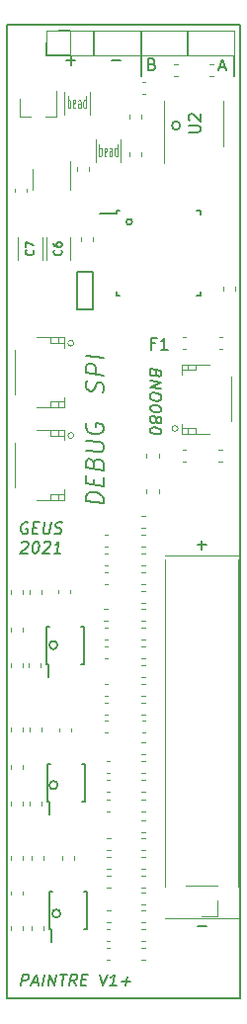
<source format=gto>
G04 #@! TF.GenerationSoftware,KiCad,Pcbnew,(5.1.9-0-10_14)*
G04 #@! TF.CreationDate,2021-01-28T12:41:14+01:00*
G04 #@! TF.ProjectId,instrumnet,696e7374-7275-46d6-9e65-742e6b696361,rev?*
G04 #@! TF.SameCoordinates,Original*
G04 #@! TF.FileFunction,Legend,Top*
G04 #@! TF.FilePolarity,Positive*
%FSLAX46Y46*%
G04 Gerber Fmt 4.6, Leading zero omitted, Abs format (unit mm)*
G04 Created by KiCad (PCBNEW (5.1.9-0-10_14)) date 2021-01-28 12:41:14*
%MOMM*%
%LPD*%
G01*
G04 APERTURE LIST*
%ADD10C,0.150000*%
G04 #@! TA.AperFunction,Profile*
%ADD11C,0.150000*%
G04 #@! TD*
%ADD12C,0.120000*%
%ADD13C,0.125000*%
G04 APERTURE END LIST*
D10*
X140819047Y-140821428D02*
X141580952Y-140821428D01*
X140819047Y-108171428D02*
X141580952Y-108171428D01*
X141200000Y-108552380D02*
X141200000Y-107790476D01*
X128950000Y-64090000D02*
X129950000Y-64090000D01*
X127900000Y-66200000D02*
X129950000Y-66200000D01*
X127890000Y-65150000D02*
X127900000Y-66200000D01*
X131950000Y-64100000D02*
X131950000Y-66200000D01*
X140000000Y-66200000D02*
X140000000Y-64100000D01*
X144000000Y-68000000D02*
X144000000Y-66250000D01*
X136000000Y-68000000D02*
X136000000Y-64100000D01*
X136971428Y-66978571D02*
X137114285Y-67026190D01*
X137161904Y-67073809D01*
X137209523Y-67169047D01*
X137209523Y-67311904D01*
X137161904Y-67407142D01*
X137114285Y-67454761D01*
X137019047Y-67502380D01*
X136638095Y-67502380D01*
X136638095Y-66502380D01*
X136971428Y-66502380D01*
X137066666Y-66550000D01*
X137114285Y-66597619D01*
X137161904Y-66692857D01*
X137161904Y-66788095D01*
X137114285Y-66883333D01*
X137066666Y-66930952D01*
X136971428Y-66978571D01*
X136638095Y-66978571D01*
X142711904Y-67266666D02*
X143188095Y-67266666D01*
X142616666Y-67552380D02*
X142950000Y-66552380D01*
X143283333Y-67552380D01*
X133519047Y-66671428D02*
X134280952Y-66671428D01*
X129619047Y-66671428D02*
X130380952Y-66671428D01*
X130000000Y-67052380D02*
X130000000Y-66290476D01*
X126328586Y-106275000D02*
X126239300Y-106227380D01*
X126096443Y-106227380D01*
X125947633Y-106275000D01*
X125840491Y-106370238D01*
X125780967Y-106465476D01*
X125709538Y-106655952D01*
X125691681Y-106798809D01*
X125715491Y-106989285D01*
X125751205Y-107084523D01*
X125834538Y-107179761D01*
X125971443Y-107227380D01*
X126066681Y-107227380D01*
X126215491Y-107179761D01*
X126269062Y-107132142D01*
X126310729Y-106798809D01*
X126120252Y-106798809D01*
X126751205Y-106703571D02*
X127084538Y-106703571D01*
X127161919Y-107227380D02*
X126685729Y-107227380D01*
X126810729Y-106227380D01*
X127286919Y-106227380D01*
X127715491Y-106227380D02*
X127614300Y-107036904D01*
X127650014Y-107132142D01*
X127691681Y-107179761D01*
X127780967Y-107227380D01*
X127971443Y-107227380D01*
X128072633Y-107179761D01*
X128126205Y-107132142D01*
X128185729Y-107036904D01*
X128286919Y-106227380D01*
X128596443Y-107179761D02*
X128733348Y-107227380D01*
X128971443Y-107227380D01*
X129072633Y-107179761D01*
X129126205Y-107132142D01*
X129185729Y-107036904D01*
X129197633Y-106941666D01*
X129161919Y-106846428D01*
X129120252Y-106798809D01*
X129030967Y-106751190D01*
X128846443Y-106703571D01*
X128757157Y-106655952D01*
X128715491Y-106608333D01*
X128679776Y-106513095D01*
X128691681Y-106417857D01*
X128751205Y-106322619D01*
X128804776Y-106275000D01*
X128905967Y-106227380D01*
X129144062Y-106227380D01*
X129280967Y-106275000D01*
X125798824Y-107972619D02*
X125852395Y-107925000D01*
X125953586Y-107877380D01*
X126191681Y-107877380D01*
X126280967Y-107925000D01*
X126322633Y-107972619D01*
X126358348Y-108067857D01*
X126346443Y-108163095D01*
X126280967Y-108305952D01*
X125638110Y-108877380D01*
X126257157Y-108877380D01*
X127001205Y-107877380D02*
X127096443Y-107877380D01*
X127185729Y-107925000D01*
X127227395Y-107972619D01*
X127263110Y-108067857D01*
X127286919Y-108258333D01*
X127257157Y-108496428D01*
X127185729Y-108686904D01*
X127126205Y-108782142D01*
X127072633Y-108829761D01*
X126971443Y-108877380D01*
X126876205Y-108877380D01*
X126786919Y-108829761D01*
X126745252Y-108782142D01*
X126709538Y-108686904D01*
X126685729Y-108496428D01*
X126715491Y-108258333D01*
X126786919Y-108067857D01*
X126846443Y-107972619D01*
X126900014Y-107925000D01*
X127001205Y-107877380D01*
X127703586Y-107972619D02*
X127757157Y-107925000D01*
X127858348Y-107877380D01*
X128096443Y-107877380D01*
X128185729Y-107925000D01*
X128227395Y-107972619D01*
X128263110Y-108067857D01*
X128251205Y-108163095D01*
X128185729Y-108305952D01*
X127542872Y-108877380D01*
X128161919Y-108877380D01*
X129114300Y-108877380D02*
X128542872Y-108877380D01*
X128828586Y-108877380D02*
X128953586Y-107877380D01*
X128840491Y-108020238D01*
X128733348Y-108115476D01*
X128632157Y-108163095D01*
X125709538Y-145952380D02*
X125834538Y-144952380D01*
X126215491Y-144952380D01*
X126304776Y-145000000D01*
X126346443Y-145047619D01*
X126382157Y-145142857D01*
X126364300Y-145285714D01*
X126304776Y-145380952D01*
X126251205Y-145428571D01*
X126150014Y-145476190D01*
X125769062Y-145476190D01*
X126697633Y-145666666D02*
X127173824Y-145666666D01*
X126566681Y-145952380D02*
X127025014Y-144952380D01*
X127233348Y-145952380D01*
X127566681Y-145952380D02*
X127691681Y-144952380D01*
X128042872Y-145952380D02*
X128167872Y-144952380D01*
X128614300Y-145952380D01*
X128739300Y-144952380D01*
X129072633Y-144952380D02*
X129644062Y-144952380D01*
X129233348Y-145952380D02*
X129358348Y-144952380D01*
X130423824Y-145952380D02*
X130150014Y-145476190D01*
X129852395Y-145952380D02*
X129977395Y-144952380D01*
X130358348Y-144952380D01*
X130447633Y-145000000D01*
X130489300Y-145047619D01*
X130525014Y-145142857D01*
X130507157Y-145285714D01*
X130447633Y-145380952D01*
X130394062Y-145428571D01*
X130292872Y-145476190D01*
X129911919Y-145476190D01*
X130917872Y-145428571D02*
X131251205Y-145428571D01*
X131328586Y-145952380D02*
X130852395Y-145952380D01*
X130977395Y-144952380D01*
X131453586Y-144952380D01*
X132501205Y-144952380D02*
X132709538Y-145952380D01*
X133167872Y-144952380D01*
X133900014Y-145952380D02*
X133328586Y-145952380D01*
X133614300Y-145952380D02*
X133739300Y-144952380D01*
X133626205Y-145095238D01*
X133519062Y-145190476D01*
X133417872Y-145238095D01*
X134376205Y-145571428D02*
X135138110Y-145571428D01*
X134709538Y-145952380D02*
X134804776Y-145190476D01*
X139353553Y-72250000D02*
G75*
G03*
X139353553Y-72250000I-353553J0D01*
G01*
X135250000Y-80500000D02*
G75*
G03*
X135250000Y-80500000I-250000J0D01*
G01*
X129103553Y-139750000D02*
G75*
G03*
X129103553Y-139750000I-353553J0D01*
G01*
X128853553Y-128750000D02*
G75*
G03*
X128853553Y-128750000I-353553J0D01*
G01*
X128853553Y-116750000D02*
G75*
G03*
X128853553Y-116750000I-353553J0D01*
G01*
X137271428Y-93500729D02*
X137223809Y-93637633D01*
X137176190Y-93679300D01*
X137080952Y-93715014D01*
X136938095Y-93697157D01*
X136842857Y-93637633D01*
X136795238Y-93584062D01*
X136747619Y-93482872D01*
X136747619Y-93101919D01*
X137747619Y-93226919D01*
X137747619Y-93560252D01*
X137700000Y-93649538D01*
X137652380Y-93691205D01*
X137557142Y-93726919D01*
X137461904Y-93715014D01*
X137366666Y-93655491D01*
X137319047Y-93601919D01*
X137271428Y-93500729D01*
X137271428Y-93167395D01*
X136747619Y-94101919D02*
X137747619Y-94226919D01*
X136747619Y-94673348D01*
X137747619Y-94798348D01*
X137747619Y-95465014D02*
X137747619Y-95655491D01*
X137700000Y-95744776D01*
X137604761Y-95828110D01*
X137414285Y-95851919D01*
X137080952Y-95810252D01*
X136890476Y-95738824D01*
X136795238Y-95631681D01*
X136747619Y-95530491D01*
X136747619Y-95340014D01*
X136795238Y-95250729D01*
X136890476Y-95167395D01*
X137080952Y-95143586D01*
X137414285Y-95185252D01*
X137604761Y-95256681D01*
X137700000Y-95363824D01*
X137747619Y-95465014D01*
X137747619Y-96512633D02*
X137747619Y-96607872D01*
X137700000Y-96697157D01*
X137652380Y-96738824D01*
X137557142Y-96774538D01*
X137366666Y-96798348D01*
X137128571Y-96768586D01*
X136938095Y-96697157D01*
X136842857Y-96637633D01*
X136795238Y-96584062D01*
X136747619Y-96482872D01*
X136747619Y-96387633D01*
X136795238Y-96298348D01*
X136842857Y-96256681D01*
X136938095Y-96220967D01*
X137128571Y-96197157D01*
X137366666Y-96226919D01*
X137557142Y-96298348D01*
X137652380Y-96357872D01*
X137700000Y-96411443D01*
X137747619Y-96512633D01*
X137319047Y-97363824D02*
X137366666Y-97274538D01*
X137414285Y-97232872D01*
X137509523Y-97197157D01*
X137557142Y-97203110D01*
X137652380Y-97262633D01*
X137700000Y-97316205D01*
X137747619Y-97417395D01*
X137747619Y-97607872D01*
X137700000Y-97697157D01*
X137652380Y-97738824D01*
X137557142Y-97774538D01*
X137509523Y-97768586D01*
X137414285Y-97709062D01*
X137366666Y-97655491D01*
X137319047Y-97554300D01*
X137319047Y-97363824D01*
X137271428Y-97262633D01*
X137223809Y-97209062D01*
X137128571Y-97149538D01*
X136938095Y-97125729D01*
X136842857Y-97161443D01*
X136795238Y-97203110D01*
X136747619Y-97292395D01*
X136747619Y-97482872D01*
X136795238Y-97584062D01*
X136842857Y-97637633D01*
X136938095Y-97697157D01*
X137128571Y-97720967D01*
X137223809Y-97685252D01*
X137271428Y-97643586D01*
X137319047Y-97554300D01*
X137747619Y-98417395D02*
X137747619Y-98512633D01*
X137700000Y-98601919D01*
X137652380Y-98643586D01*
X137557142Y-98679300D01*
X137366666Y-98703110D01*
X137128571Y-98673348D01*
X136938095Y-98601919D01*
X136842857Y-98542395D01*
X136795238Y-98488824D01*
X136747619Y-98387633D01*
X136747619Y-98292395D01*
X136795238Y-98203110D01*
X136842857Y-98161443D01*
X136938095Y-98125729D01*
X137128571Y-98101919D01*
X137366666Y-98131681D01*
X137557142Y-98203110D01*
X137652380Y-98262633D01*
X137700000Y-98316205D01*
X137747619Y-98417395D01*
X132768571Y-104621026D02*
X131268571Y-104433526D01*
X131268571Y-104076383D01*
X131340000Y-103871026D01*
X131482857Y-103746026D01*
X131625714Y-103692455D01*
X131911428Y-103656741D01*
X132125714Y-103683526D01*
X132411428Y-103790669D01*
X132554285Y-103879955D01*
X132697142Y-104040669D01*
X132768571Y-104263883D01*
X132768571Y-104621026D01*
X131982857Y-103022812D02*
X131982857Y-102522812D01*
X132768571Y-102406741D02*
X132768571Y-103121026D01*
X131268571Y-102933526D01*
X131268571Y-102219241D01*
X131982857Y-101165669D02*
X132054285Y-100960312D01*
X132125714Y-100897812D01*
X132268571Y-100844241D01*
X132482857Y-100871026D01*
X132625714Y-100960312D01*
X132697142Y-101040669D01*
X132768571Y-101192455D01*
X132768571Y-101763883D01*
X131268571Y-101576383D01*
X131268571Y-101076383D01*
X131340000Y-100942455D01*
X131411428Y-100879955D01*
X131554285Y-100826383D01*
X131697142Y-100844241D01*
X131840000Y-100933526D01*
X131911428Y-101013883D01*
X131982857Y-101165669D01*
X131982857Y-101665669D01*
X131268571Y-100076383D02*
X132482857Y-100228169D01*
X132625714Y-100174598D01*
X132697142Y-100112098D01*
X132768571Y-99978169D01*
X132768571Y-99692455D01*
X132697142Y-99540669D01*
X132625714Y-99460312D01*
X132482857Y-99371026D01*
X131268571Y-99219241D01*
X131340000Y-97728169D02*
X131268571Y-97862098D01*
X131268571Y-98076383D01*
X131340000Y-98299598D01*
X131482857Y-98460312D01*
X131625714Y-98549598D01*
X131911428Y-98656741D01*
X132125714Y-98683526D01*
X132411428Y-98647812D01*
X132554285Y-98594241D01*
X132697142Y-98469241D01*
X132768571Y-98263883D01*
X132768571Y-98121026D01*
X132697142Y-97897812D01*
X132625714Y-97817455D01*
X132125714Y-97754955D01*
X132125714Y-98040669D01*
X132757142Y-95130669D02*
X132828571Y-94925312D01*
X132828571Y-94568169D01*
X132757142Y-94416383D01*
X132685714Y-94336026D01*
X132542857Y-94246741D01*
X132400000Y-94228883D01*
X132257142Y-94282455D01*
X132185714Y-94344955D01*
X132114285Y-94478883D01*
X132042857Y-94755669D01*
X131971428Y-94889598D01*
X131900000Y-94952098D01*
X131757142Y-95005669D01*
X131614285Y-94987812D01*
X131471428Y-94898526D01*
X131400000Y-94818169D01*
X131328571Y-94666383D01*
X131328571Y-94309241D01*
X131400000Y-94103883D01*
X132828571Y-93639598D02*
X131328571Y-93452098D01*
X131328571Y-92880669D01*
X131400000Y-92746741D01*
X131471428Y-92684241D01*
X131614285Y-92630669D01*
X131828571Y-92657455D01*
X131971428Y-92746741D01*
X132042857Y-92827098D01*
X132114285Y-92978883D01*
X132114285Y-93550312D01*
X132828571Y-92139598D02*
X131328571Y-91952098D01*
D11*
X124500000Y-63650000D02*
X144500000Y-63650000D01*
X124500000Y-147050000D02*
X124500000Y-63650000D01*
X144500000Y-147050000D02*
X124500000Y-147050000D01*
X144500000Y-63650000D02*
X144500000Y-147050000D01*
D12*
X131590000Y-69350000D02*
X131590000Y-71350000D01*
X129450000Y-71350000D02*
X129450000Y-69350000D01*
X132130000Y-75400000D02*
X132130000Y-73400000D01*
X134270000Y-73400000D02*
X134270000Y-75400000D01*
X142200279Y-68010000D02*
X141874721Y-68010000D01*
X142200279Y-66990000D02*
X141874721Y-66990000D01*
X136490000Y-103762779D02*
X136490000Y-103437221D01*
X137510000Y-103762779D02*
X137510000Y-103437221D01*
X142975279Y-101010000D02*
X142649721Y-101010000D01*
X142975279Y-99990000D02*
X142649721Y-99990000D01*
X138100000Y-140120000D02*
X144300000Y-140120000D01*
X141200000Y-109080000D02*
X138100000Y-109080000D01*
X141200000Y-109080000D02*
X144300000Y-109080000D01*
X144300000Y-137420000D02*
X144300000Y-109420000D01*
X138100000Y-137420000D02*
X138100000Y-109420000D01*
X142530000Y-137350000D02*
X139870000Y-137350000D01*
X142530000Y-138620000D02*
X142530000Y-139950000D01*
X142530000Y-139950000D02*
X141200000Y-139950000D01*
X125190000Y-77915580D02*
X125190000Y-77634420D01*
X126210000Y-77915580D02*
X126210000Y-77634420D01*
X133084420Y-136490000D02*
X133365580Y-136490000D01*
X133084420Y-137510000D02*
X133365580Y-137510000D01*
X133084420Y-134890000D02*
X133365580Y-134890000D01*
X133084420Y-135910000D02*
X133365580Y-135910000D01*
X133084420Y-133290000D02*
X133365580Y-133290000D01*
X133084420Y-134310000D02*
X133365580Y-134310000D01*
X129240000Y-135140580D02*
X129240000Y-134859420D01*
X130260000Y-135140580D02*
X130260000Y-134859420D01*
X128890000Y-112340580D02*
X128890000Y-112059420D01*
X129910000Y-112340580D02*
X129910000Y-112059420D01*
X132884420Y-110490000D02*
X133165580Y-110490000D01*
X132884420Y-111510000D02*
X133165580Y-111510000D01*
X132884420Y-107290000D02*
X133165580Y-107290000D01*
X132884420Y-108310000D02*
X133165580Y-108310000D01*
X132884420Y-116890000D02*
X133165580Y-116890000D01*
X132884420Y-117910000D02*
X133165580Y-117910000D01*
X132834420Y-113690000D02*
X133115580Y-113690000D01*
X132834420Y-114710000D02*
X133115580Y-114710000D01*
X132884420Y-108890000D02*
X133165580Y-108890000D01*
X132884420Y-109910000D02*
X133165580Y-109910000D01*
X132884420Y-115290000D02*
X133165580Y-115290000D01*
X132884420Y-116310000D02*
X133165580Y-116310000D01*
X128990000Y-124165580D02*
X128990000Y-123884420D01*
X130010000Y-124165580D02*
X130010000Y-123884420D01*
X133059420Y-142690000D02*
X133340580Y-142690000D01*
X133059420Y-143710000D02*
X133340580Y-143710000D01*
X133059420Y-141090000D02*
X133340580Y-141090000D01*
X133059420Y-142110000D02*
X133340580Y-142110000D01*
X133084420Y-139490000D02*
X133365580Y-139490000D01*
X133084420Y-140510000D02*
X133365580Y-140510000D01*
X132859420Y-123240000D02*
X133140580Y-123240000D01*
X132859420Y-124260000D02*
X133140580Y-124260000D01*
X132884420Y-120090000D02*
X133165580Y-120090000D01*
X132884420Y-121110000D02*
X133165580Y-121110000D01*
X133059420Y-129990000D02*
X133340580Y-129990000D01*
X133059420Y-131010000D02*
X133340580Y-131010000D01*
X131510000Y-75834420D02*
X131510000Y-76115580D01*
X130490000Y-75834420D02*
X130490000Y-76115580D01*
X136010000Y-74559420D02*
X136010000Y-74840580D01*
X134990000Y-74559420D02*
X134990000Y-74840580D01*
X130890000Y-82140580D02*
X130890000Y-81859420D01*
X131910000Y-82140580D02*
X131910000Y-81859420D01*
X144110000Y-86084420D02*
X144110000Y-86365580D01*
X143090000Y-86084420D02*
X143090000Y-86365580D01*
X142684420Y-90390000D02*
X142965580Y-90390000D01*
X142684420Y-91410000D02*
X142965580Y-91410000D01*
X133059420Y-126690000D02*
X133340580Y-126690000D01*
X133059420Y-127710000D02*
X133340580Y-127710000D01*
X132884420Y-121690000D02*
X133165580Y-121690000D01*
X132884420Y-122710000D02*
X133165580Y-122710000D01*
X136365580Y-69560000D02*
X136084420Y-69560000D01*
X136365580Y-68540000D02*
X136084420Y-68540000D01*
X133059420Y-128290000D02*
X133340580Y-128290000D01*
X133059420Y-129310000D02*
X133340580Y-129310000D01*
X139125279Y-68010000D02*
X138799721Y-68010000D01*
X139125279Y-66990000D02*
X138799721Y-66990000D01*
X136490000Y-100662779D02*
X136490000Y-100337221D01*
X137510000Y-100662779D02*
X137510000Y-100337221D01*
X139875279Y-101010000D02*
X139549721Y-101010000D01*
X139875279Y-99990000D02*
X139549721Y-99990000D01*
X124890000Y-115575279D02*
X124890000Y-115249721D01*
X125910000Y-115575279D02*
X125910000Y-115249721D01*
X124890000Y-118650279D02*
X124890000Y-118324721D01*
X125910000Y-118650279D02*
X125910000Y-118324721D01*
X126490000Y-112362779D02*
X126490000Y-112037221D01*
X127510000Y-112362779D02*
X127510000Y-112037221D01*
X124890000Y-112375279D02*
X124890000Y-112049721D01*
X125910000Y-112375279D02*
X125910000Y-112049721D01*
X126390000Y-118662779D02*
X126390000Y-118337221D01*
X127410000Y-118662779D02*
X127410000Y-118337221D01*
X136350279Y-109910000D02*
X136024721Y-109910000D01*
X136350279Y-108890000D02*
X136024721Y-108890000D01*
X136350279Y-108310000D02*
X136024721Y-108310000D01*
X136350279Y-107290000D02*
X136024721Y-107290000D01*
X136362779Y-116310000D02*
X136037221Y-116310000D01*
X136362779Y-115290000D02*
X136037221Y-115290000D01*
X136350279Y-114710000D02*
X136024721Y-114710000D01*
X136350279Y-113690000D02*
X136024721Y-113690000D01*
X136350279Y-111510000D02*
X136024721Y-111510000D01*
X136350279Y-110490000D02*
X136024721Y-110490000D01*
X136037221Y-105690000D02*
X136362779Y-105690000D01*
X136037221Y-106710000D02*
X136362779Y-106710000D01*
X136375279Y-117910000D02*
X136049721Y-117910000D01*
X136375279Y-116890000D02*
X136049721Y-116890000D01*
X136037221Y-112090000D02*
X136362779Y-112090000D01*
X136037221Y-113110000D02*
X136362779Y-113110000D01*
X125910000Y-130137221D02*
X125910000Y-130462779D01*
X124890000Y-130137221D02*
X124890000Y-130462779D01*
X125910000Y-127037221D02*
X125910000Y-127362779D01*
X124890000Y-127037221D02*
X124890000Y-127362779D01*
X136362779Y-143710000D02*
X136037221Y-143710000D01*
X136362779Y-142690000D02*
X136037221Y-142690000D01*
X136362779Y-142110000D02*
X136037221Y-142110000D01*
X136362779Y-141090000D02*
X136037221Y-141090000D01*
X136362779Y-140510000D02*
X136037221Y-140510000D01*
X136362779Y-139490000D02*
X136037221Y-139490000D01*
X136037221Y-137990000D02*
X136362779Y-137990000D01*
X136037221Y-139010000D02*
X136362779Y-139010000D01*
X124840000Y-141162779D02*
X124840000Y-140837221D01*
X125860000Y-141162779D02*
X125860000Y-140837221D01*
X124840000Y-138162779D02*
X124840000Y-137837221D01*
X125860000Y-138162779D02*
X125860000Y-137837221D01*
X126590000Y-135162779D02*
X126590000Y-134837221D01*
X127610000Y-135162779D02*
X127610000Y-134837221D01*
X124840000Y-135162779D02*
X124840000Y-134837221D01*
X125860000Y-135162779D02*
X125860000Y-134837221D01*
X126590000Y-141162779D02*
X126590000Y-140837221D01*
X127610000Y-141162779D02*
X127610000Y-140837221D01*
X136375279Y-137510000D02*
X136049721Y-137510000D01*
X136375279Y-136490000D02*
X136049721Y-136490000D01*
X136362779Y-135910000D02*
X136037221Y-135910000D01*
X136362779Y-134890000D02*
X136037221Y-134890000D01*
X136010000Y-71349721D02*
X136010000Y-71675279D01*
X134990000Y-71349721D02*
X134990000Y-71675279D01*
X136362779Y-134310000D02*
X136037221Y-134310000D01*
X136362779Y-133290000D02*
X136037221Y-133290000D01*
X136037221Y-131790000D02*
X136362779Y-131790000D01*
X136037221Y-132810000D02*
X136362779Y-132810000D01*
X126490000Y-124162779D02*
X126490000Y-123837221D01*
X127510000Y-124162779D02*
X127510000Y-123837221D01*
X124890000Y-124150279D02*
X124890000Y-123824721D01*
X125910000Y-124150279D02*
X125910000Y-123824721D01*
X126490000Y-130462779D02*
X126490000Y-130137221D01*
X127510000Y-130462779D02*
X127510000Y-130137221D01*
X136362779Y-122710000D02*
X136037221Y-122710000D01*
X136362779Y-121690000D02*
X136037221Y-121690000D01*
X136362779Y-121110000D02*
X136037221Y-121110000D01*
X136362779Y-120090000D02*
X136037221Y-120090000D01*
X136362779Y-129310000D02*
X136037221Y-129310000D01*
X136362779Y-128290000D02*
X136037221Y-128290000D01*
X136362779Y-127710000D02*
X136037221Y-127710000D01*
X136362779Y-126690000D02*
X136037221Y-126690000D01*
X136400279Y-124260000D02*
X136074721Y-124260000D01*
X136400279Y-123240000D02*
X136074721Y-123240000D01*
X136024721Y-118490000D02*
X136350279Y-118490000D01*
X136024721Y-119510000D02*
X136350279Y-119510000D01*
X136362779Y-131010000D02*
X136037221Y-131010000D01*
X136362779Y-129990000D02*
X136037221Y-129990000D01*
X136037221Y-125090000D02*
X136362779Y-125090000D01*
X136037221Y-126110000D02*
X136362779Y-126110000D01*
D10*
X128050000Y-118425000D02*
X128050000Y-119500000D01*
X131125000Y-118425000D02*
X131125000Y-115175000D01*
X127875000Y-118425000D02*
X127875000Y-115175000D01*
X131125000Y-118425000D02*
X130850000Y-118425000D01*
X131125000Y-115175000D02*
X130850000Y-115175000D01*
X127875000Y-115175000D02*
X128150000Y-115175000D01*
X127875000Y-118425000D02*
X128050000Y-118425000D01*
X128150000Y-130175000D02*
X128150000Y-131250000D01*
X131225000Y-130175000D02*
X131225000Y-126925000D01*
X127975000Y-130175000D02*
X127975000Y-126925000D01*
X131225000Y-130175000D02*
X130950000Y-130175000D01*
X131225000Y-126925000D02*
X130950000Y-126925000D01*
X127975000Y-126925000D02*
X128250000Y-126925000D01*
X127975000Y-130175000D02*
X128150000Y-130175000D01*
D12*
X139875279Y-91410000D02*
X139549721Y-91410000D01*
X139875279Y-90390000D02*
X139549721Y-90390000D01*
D10*
X128300000Y-141125000D02*
X128300000Y-142200000D01*
X131375000Y-141125000D02*
X131375000Y-137875000D01*
X128125000Y-141125000D02*
X128125000Y-137875000D01*
X131375000Y-141125000D02*
X131100000Y-141125000D01*
X131375000Y-137875000D02*
X131100000Y-137875000D01*
X128125000Y-137875000D02*
X128400000Y-137875000D01*
X128125000Y-141125000D02*
X128300000Y-141125000D01*
D12*
X129950000Y-66210000D02*
X129950000Y-64090000D01*
X129950000Y-66210000D02*
X144010000Y-66210000D01*
X144010000Y-66210000D02*
X144010000Y-64090000D01*
X129950000Y-64090000D02*
X144010000Y-64090000D01*
X127890000Y-64090000D02*
X128950000Y-64090000D01*
X127890000Y-65150000D02*
X127890000Y-64090000D01*
X143060000Y-72050000D02*
X143060000Y-70100000D01*
X143060000Y-72050000D02*
X143060000Y-74000000D01*
X137940000Y-72050000D02*
X137940000Y-70100000D01*
X137940000Y-72050000D02*
X137940000Y-75500000D01*
D10*
X133875000Y-79800000D02*
X132450000Y-79800000D01*
X141125000Y-79575000D02*
X140799999Y-79575000D01*
X141125000Y-86825000D02*
X140799999Y-86825000D01*
X133875000Y-86825000D02*
X134200001Y-86825000D01*
X133875000Y-79575000D02*
X134200001Y-79575000D01*
X133875000Y-86825000D02*
X133875000Y-86499999D01*
X141125000Y-86825000D02*
X141125000Y-86499999D01*
X141125000Y-79575000D02*
X141125000Y-79900001D01*
X133875000Y-79575000D02*
X133875000Y-79800000D01*
D12*
X130237500Y-90900000D02*
G75*
G03*
X130237500Y-90900000I-250000J0D01*
G01*
X125162500Y-91500000D02*
X125162500Y-95300000D01*
X127062500Y-90400000D02*
X129412500Y-90400000D01*
X129412500Y-90400000D02*
X129412500Y-91300000D01*
X129412500Y-90900000D02*
X128212500Y-90900000D01*
X128212500Y-90900000D02*
X128212500Y-90900000D01*
X128212500Y-90900000D02*
X129412500Y-90900000D01*
X129412500Y-90900000D02*
X129412500Y-90900000D01*
X128912500Y-90900000D02*
X128912500Y-90900000D01*
X128912500Y-90900000D02*
X128912500Y-90400000D01*
X128912500Y-90400000D02*
X128912500Y-90400000D01*
X128912500Y-90400000D02*
X128912500Y-90900000D01*
X128212500Y-90900000D02*
X128212500Y-90900000D01*
X128212500Y-90900000D02*
X128212500Y-90400000D01*
X128212500Y-90400000D02*
X128212500Y-90400000D01*
X128212500Y-90400000D02*
X128212500Y-90900000D01*
X127062500Y-96400000D02*
X129412500Y-96400000D01*
X129412500Y-96400000D02*
X129412500Y-95500000D01*
X129412500Y-95900000D02*
X128212500Y-95900000D01*
X128212500Y-95900000D02*
X128212500Y-95900000D01*
X128212500Y-95900000D02*
X129412500Y-95900000D01*
X129412500Y-95900000D02*
X129412500Y-95900000D01*
X128912500Y-95900000D02*
X128912500Y-95900000D01*
X128912500Y-95900000D02*
X128912500Y-96400000D01*
X128912500Y-96400000D02*
X128912500Y-96400000D01*
X128912500Y-96400000D02*
X128912500Y-95900000D01*
X128212500Y-95900000D02*
X128212500Y-95900000D01*
X128212500Y-95900000D02*
X128212500Y-96400000D01*
X128212500Y-96400000D02*
X128212500Y-96400000D01*
X128212500Y-96400000D02*
X128212500Y-95900000D01*
X128212500Y-104300000D02*
X128212500Y-103800000D01*
X128212500Y-104300000D02*
X128212500Y-104300000D01*
X128212500Y-103800000D02*
X128212500Y-104300000D01*
X128212500Y-103800000D02*
X128212500Y-103800000D01*
X128912500Y-104300000D02*
X128912500Y-103800000D01*
X128912500Y-104300000D02*
X128912500Y-104300000D01*
X128912500Y-103800000D02*
X128912500Y-104300000D01*
X128912500Y-103800000D02*
X128912500Y-103800000D01*
X129412500Y-103800000D02*
X129412500Y-103800000D01*
X128212500Y-103800000D02*
X129412500Y-103800000D01*
X128212500Y-103800000D02*
X128212500Y-103800000D01*
X129412500Y-103800000D02*
X128212500Y-103800000D01*
X129412500Y-104300000D02*
X129412500Y-103400000D01*
X127062500Y-104300000D02*
X129412500Y-104300000D01*
X128212500Y-98300000D02*
X128212500Y-98800000D01*
X128212500Y-98300000D02*
X128212500Y-98300000D01*
X128212500Y-98800000D02*
X128212500Y-98300000D01*
X128212500Y-98800000D02*
X128212500Y-98800000D01*
X128912500Y-98300000D02*
X128912500Y-98800000D01*
X128912500Y-98300000D02*
X128912500Y-98300000D01*
X128912500Y-98800000D02*
X128912500Y-98300000D01*
X128912500Y-98800000D02*
X128912500Y-98800000D01*
X129412500Y-98800000D02*
X129412500Y-98800000D01*
X128212500Y-98800000D02*
X129412500Y-98800000D01*
X128212500Y-98800000D02*
X128212500Y-98800000D01*
X129412500Y-98800000D02*
X128212500Y-98800000D01*
X129412500Y-98300000D02*
X129412500Y-99200000D01*
X127062500Y-98300000D02*
X129412500Y-98300000D01*
X125162500Y-99400000D02*
X125162500Y-103200000D01*
X130237500Y-98800000D02*
G75*
G03*
X130237500Y-98800000I-250000J0D01*
G01*
X139162500Y-98200000D02*
G75*
G03*
X139162500Y-98200000I-250000J0D01*
G01*
X143737500Y-97600000D02*
X143737500Y-93800000D01*
X141837500Y-98700000D02*
X139487500Y-98700000D01*
X139487500Y-98700000D02*
X139487500Y-97800000D01*
X139487500Y-98200000D02*
X140687500Y-98200000D01*
X140687500Y-98200000D02*
X140687500Y-98200000D01*
X140687500Y-98200000D02*
X139487500Y-98200000D01*
X139487500Y-98200000D02*
X139487500Y-98200000D01*
X139987500Y-98200000D02*
X139987500Y-98200000D01*
X139987500Y-98200000D02*
X139987500Y-98700000D01*
X139987500Y-98700000D02*
X139987500Y-98700000D01*
X139987500Y-98700000D02*
X139987500Y-98200000D01*
X140687500Y-98200000D02*
X140687500Y-98200000D01*
X140687500Y-98200000D02*
X140687500Y-98700000D01*
X140687500Y-98700000D02*
X140687500Y-98700000D01*
X140687500Y-98700000D02*
X140687500Y-98200000D01*
X141837500Y-92700000D02*
X139487500Y-92700000D01*
X139487500Y-92700000D02*
X139487500Y-93600000D01*
X139487500Y-93200000D02*
X140687500Y-93200000D01*
X140687500Y-93200000D02*
X140687500Y-93200000D01*
X140687500Y-93200000D02*
X139487500Y-93200000D01*
X139487500Y-93200000D02*
X139487500Y-93200000D01*
X139987500Y-93200000D02*
X139987500Y-93200000D01*
X139987500Y-93200000D02*
X139987500Y-92700000D01*
X139987500Y-92700000D02*
X139987500Y-92700000D01*
X139987500Y-92700000D02*
X139987500Y-93200000D01*
X140687500Y-93200000D02*
X140687500Y-93200000D01*
X140687500Y-93200000D02*
X140687500Y-92700000D01*
X140687500Y-92700000D02*
X140687500Y-92700000D01*
X140687500Y-92700000D02*
X140687500Y-93200000D01*
X127520000Y-83800000D02*
X127520000Y-81800000D01*
X125480000Y-81800000D02*
X125480000Y-83800000D01*
X129920000Y-83800000D02*
X129920000Y-81800000D01*
X127880000Y-81800000D02*
X127880000Y-83800000D01*
X125620000Y-71450000D02*
X125620000Y-69990000D01*
X128780000Y-71450000D02*
X128780000Y-69290000D01*
X128780000Y-71450000D02*
X127850000Y-71450000D01*
X125620000Y-71450000D02*
X126550000Y-71450000D01*
D10*
X131200000Y-88000000D02*
X130550000Y-88000000D01*
X131850000Y-88000000D02*
X131200000Y-88000000D01*
X131850000Y-88000000D02*
X131850000Y-84800000D01*
X131850000Y-84800000D02*
X131200000Y-84800000D01*
X131200000Y-84800000D02*
X130550000Y-84800000D01*
X130550000Y-88000000D02*
X130550000Y-84800000D01*
D12*
X126740000Y-75950000D02*
X126740000Y-77750000D01*
X129960000Y-77750000D02*
X129960000Y-75300000D01*
D13*
X129726190Y-70752380D02*
X129726190Y-69752380D01*
X129726190Y-70133333D02*
X129773809Y-70085714D01*
X129869047Y-70085714D01*
X129916666Y-70133333D01*
X129940476Y-70180952D01*
X129964285Y-70276190D01*
X129964285Y-70561904D01*
X129940476Y-70657142D01*
X129916666Y-70704761D01*
X129869047Y-70752380D01*
X129773809Y-70752380D01*
X129726190Y-70704761D01*
X130369047Y-70704761D02*
X130321428Y-70752380D01*
X130226190Y-70752380D01*
X130178571Y-70704761D01*
X130154761Y-70609523D01*
X130154761Y-70228571D01*
X130178571Y-70133333D01*
X130226190Y-70085714D01*
X130321428Y-70085714D01*
X130369047Y-70133333D01*
X130392857Y-70228571D01*
X130392857Y-70323809D01*
X130154761Y-70419047D01*
X130821428Y-70752380D02*
X130821428Y-70228571D01*
X130797619Y-70133333D01*
X130750000Y-70085714D01*
X130654761Y-70085714D01*
X130607142Y-70133333D01*
X130821428Y-70704761D02*
X130773809Y-70752380D01*
X130654761Y-70752380D01*
X130607142Y-70704761D01*
X130583333Y-70609523D01*
X130583333Y-70514285D01*
X130607142Y-70419047D01*
X130654761Y-70371428D01*
X130773809Y-70371428D01*
X130821428Y-70323809D01*
X131273809Y-70752380D02*
X131273809Y-69752380D01*
X131273809Y-70704761D02*
X131226190Y-70752380D01*
X131130952Y-70752380D01*
X131083333Y-70704761D01*
X131059523Y-70657142D01*
X131035714Y-70561904D01*
X131035714Y-70276190D01*
X131059523Y-70180952D01*
X131083333Y-70133333D01*
X131130952Y-70085714D01*
X131226190Y-70085714D01*
X131273809Y-70133333D01*
X132426190Y-74850576D02*
X132426190Y-73850576D01*
X132426190Y-74231529D02*
X132473809Y-74183910D01*
X132569047Y-74183910D01*
X132616666Y-74231529D01*
X132640476Y-74279148D01*
X132664285Y-74374386D01*
X132664285Y-74660100D01*
X132640476Y-74755338D01*
X132616666Y-74802957D01*
X132569047Y-74850576D01*
X132473809Y-74850576D01*
X132426190Y-74802957D01*
X133069047Y-74802957D02*
X133021428Y-74850576D01*
X132926190Y-74850576D01*
X132878571Y-74802957D01*
X132854761Y-74707719D01*
X132854761Y-74326767D01*
X132878571Y-74231529D01*
X132926190Y-74183910D01*
X133021428Y-74183910D01*
X133069047Y-74231529D01*
X133092857Y-74326767D01*
X133092857Y-74422005D01*
X132854761Y-74517243D01*
X133521428Y-74850576D02*
X133521428Y-74326767D01*
X133497619Y-74231529D01*
X133450000Y-74183910D01*
X133354761Y-74183910D01*
X133307142Y-74231529D01*
X133521428Y-74802957D02*
X133473809Y-74850576D01*
X133354761Y-74850576D01*
X133307142Y-74802957D01*
X133283333Y-74707719D01*
X133283333Y-74612481D01*
X133307142Y-74517243D01*
X133354761Y-74469624D01*
X133473809Y-74469624D01*
X133521428Y-74422005D01*
X133973809Y-74850576D02*
X133973809Y-73850576D01*
X133973809Y-74802957D02*
X133926190Y-74850576D01*
X133830952Y-74850576D01*
X133783333Y-74802957D01*
X133759523Y-74755338D01*
X133735714Y-74660100D01*
X133735714Y-74374386D01*
X133759523Y-74279148D01*
X133783333Y-74231529D01*
X133830952Y-74183910D01*
X133926190Y-74183910D01*
X133973809Y-74231529D01*
D10*
X137246666Y-90918571D02*
X136913333Y-90918571D01*
X136913333Y-91442380D02*
X136913333Y-90442380D01*
X137389523Y-90442380D01*
X138294285Y-91442380D02*
X137722857Y-91442380D01*
X138008571Y-91442380D02*
X138008571Y-90442380D01*
X137913333Y-90585238D01*
X137818095Y-90680476D01*
X137722857Y-90728095D01*
X140082380Y-72831904D02*
X140891904Y-72831904D01*
X140987142Y-72784285D01*
X141034761Y-72736666D01*
X141082380Y-72641428D01*
X141082380Y-72450952D01*
X141034761Y-72355714D01*
X140987142Y-72308095D01*
X140891904Y-72260476D01*
X140082380Y-72260476D01*
X140177619Y-71831904D02*
X140130000Y-71784285D01*
X140082380Y-71689047D01*
X140082380Y-71450952D01*
X140130000Y-71355714D01*
X140177619Y-71308095D01*
X140272857Y-71260476D01*
X140368095Y-71260476D01*
X140510952Y-71308095D01*
X141082380Y-71879523D01*
X141082380Y-71260476D01*
X126760714Y-82918333D02*
X126795476Y-82952142D01*
X126830238Y-83053571D01*
X126830238Y-83121190D01*
X126795476Y-83222619D01*
X126725952Y-83290238D01*
X126656428Y-83324047D01*
X126517380Y-83357857D01*
X126413095Y-83357857D01*
X126274047Y-83324047D01*
X126204523Y-83290238D01*
X126135000Y-83222619D01*
X126100238Y-83121190D01*
X126100238Y-83053571D01*
X126135000Y-82952142D01*
X126169761Y-82918333D01*
X126100238Y-82681666D02*
X126100238Y-82208333D01*
X126830238Y-82512619D01*
X129160714Y-82918333D02*
X129195476Y-82952142D01*
X129230238Y-83053571D01*
X129230238Y-83121190D01*
X129195476Y-83222619D01*
X129125952Y-83290238D01*
X129056428Y-83324047D01*
X128917380Y-83357857D01*
X128813095Y-83357857D01*
X128674047Y-83324047D01*
X128604523Y-83290238D01*
X128535000Y-83222619D01*
X128500238Y-83121190D01*
X128500238Y-83053571D01*
X128535000Y-82952142D01*
X128569761Y-82918333D01*
X128500238Y-82309761D02*
X128500238Y-82445000D01*
X128535000Y-82512619D01*
X128569761Y-82546428D01*
X128674047Y-82614047D01*
X128813095Y-82647857D01*
X129091190Y-82647857D01*
X129160714Y-82614047D01*
X129195476Y-82580238D01*
X129230238Y-82512619D01*
X129230238Y-82377380D01*
X129195476Y-82309761D01*
X129160714Y-82275952D01*
X129091190Y-82242142D01*
X128917380Y-82242142D01*
X128847857Y-82275952D01*
X128813095Y-82309761D01*
X128778333Y-82377380D01*
X128778333Y-82512619D01*
X128813095Y-82580238D01*
X128847857Y-82614047D01*
X128917380Y-82647857D01*
M02*

</source>
